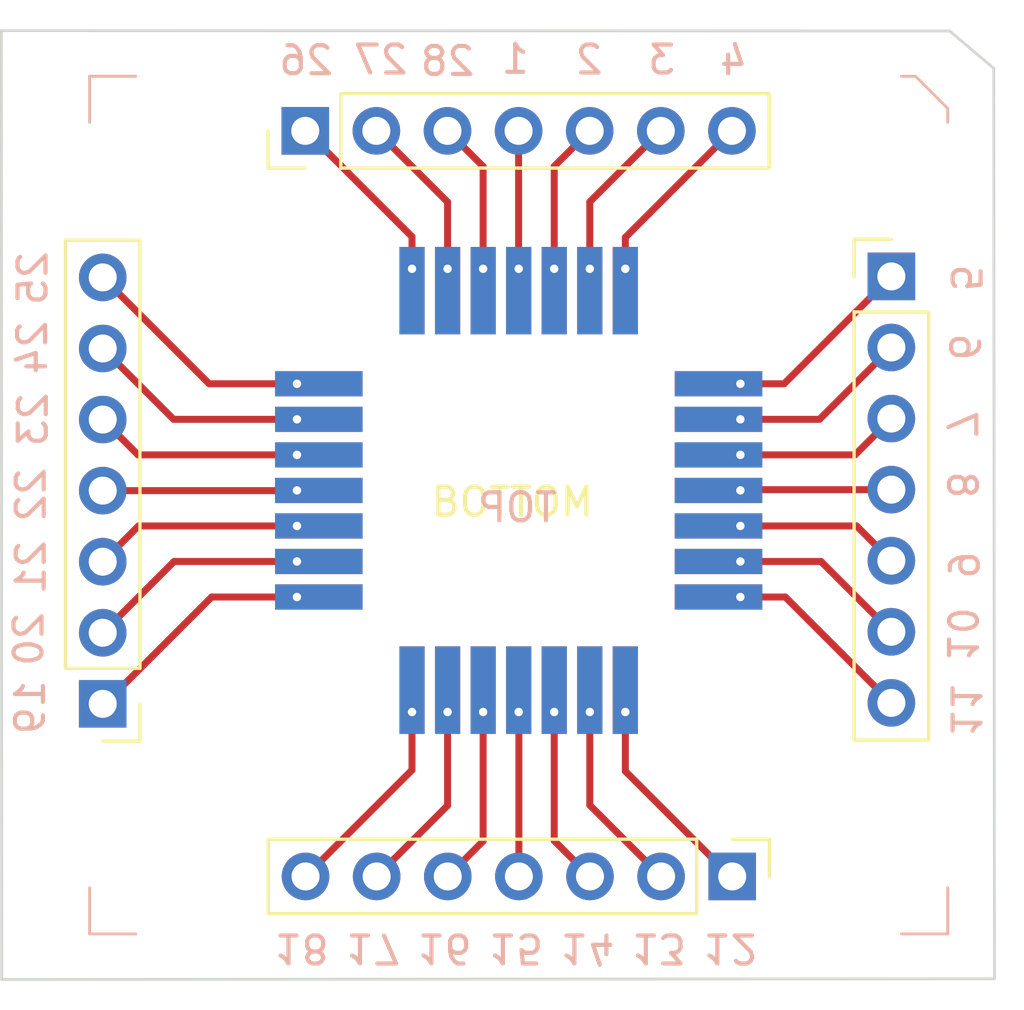
<source format=kicad_pcb>
(kicad_pcb (version 20240108) (generator "pcbnew") (generator_version "8.0")
  (layers (0 "F.Cu" signal) (31 "B.Cu" signal) (34 "B.Paste" user) (35 "F.Paste" user) (36 "B.SilkS" user "B.Silkscreen") (37 "F.SilkS" user "F.Silkscreen") (38 "B.Mask" user) (39 "F.Mask" user) (44 "Edge.Cuts" user))
  (net 0 "")
  (net 1 "Net-(J3-Pad2)")
  (net 2 "Net-(J3-Pad3)")
  (net 3 "Net-(J3-Pad4)")
  (net 4 "Net-(J3-Pad5)")
  (net 5 "Net-(J3-Pad6)")
  (net 6 "Net-(J3-Pad7)")
  (net 7 "Net-(U1-Pad4)")
  (net 8 "Net-(U1-Pad3)")
  (net 9 "Net-(U1-Pad2)")
  (net 10 "Net-(U1-Pad28)")
  (net 11 "Net-(U1-Pad27)")
  (net 12 "Net-(U1-Pad26)")
  (net 13 "Net-(U1-Pad1)")
  (net 14 "Net-(J2-Pad1)")
  (net 15 "Net-(J2-Pad2)")
  (net 16 "Net-(J2-Pad3)")
  (net 17 "Net-(J2-Pad4)")
  (net 18 "Net-(J2-Pad5)")
  (net 19 "Net-(J2-Pad6)")
  (net 20 "Net-(J2-Pad7)")
  (net 21 "Net-(J3-Pad1)")
  (net 22 "Net-(J4-Pad1)")
  (net 23 "Net-(J4-Pad2)")
  (net 24 "Net-(J4-Pad3)")
  (net 25 "Net-(J4-Pad4)")
  (net 26 "Net-(J4-Pad5)")
  (net 27 "Net-(J4-Pad6)")
  (net 28 "Net-(J4-Pad7)")
  (footprint "Connector_PinHeader_2.54mm:PinHeader_1x07_P2.54mm_Vertical" (layer "F.Cu") (at 240.9748 127.1778 -90)
    (property "Reference" "J3" (hide yes))
    (property "Value" "Conn_01x07" (hide yes))
    (fp_line (start -1.33 16.57) (end 1.33 16.57) (stroke (width 0.12)) (layer "F.SilkS"))
    (fp_line (start -1.33 1.27) (end -1.33 16.57) (stroke (width 0.12)) (layer "F.SilkS"))
    (fp_line (start -1.33 1.27) (end 1.33 1.27) (stroke (width 0.12)) (layer "F.SilkS"))
    (fp_line (start 1.33 1.27) (end 1.33 16.57) (stroke (width 0.12)) (layer "F.SilkS"))
    (fp_line (start -1.33 0) (end -1.33 -1.33) (stroke (width 0.12)) (layer "F.SilkS"))
    (fp_line (start -1.33 -1.33) (end 0 -1.33) (stroke (width 0.12)) (layer "F.SilkS"))
    (pad "1" thru_hole rect (at 0 0 270) (size 1.7 1.7) (drill 1) (layers "*.Cu" "*.Mask") (net 21 "Net-(J3-Pad1)"))
    (pad "2" thru_hole oval (at 0 2.54 270) (size 1.7 1.7) (drill 1) (layers "*.Cu" "*.Mask") (net 1 "Net-(J3-Pad2)"))
    (pad "3" thru_hole oval (at 0 5.08 270) (size 1.7 1.7) (drill 1) (layers "*.Cu" "*.Mask") (net 2 "Net-(J3-Pad3)"))
    (pad "4" thru_hole oval (at 0 7.62 270) (size 1.7 1.7) (drill 1) (layers "*.Cu" "*.Mask") (net 3 "Net-(J3-Pad4)"))
    (pad "5" thru_hole oval (at 0 10.16 270) (size 1.7 1.7) (drill 1) (layers "*.Cu" "*.Mask") (net 4 "Net-(J3-Pad5)"))
    (pad "6" thru_hole oval (at 0 12.7 270) (size 1.7 1.7) (drill 1) (layers "*.Cu" "*.Mask") (net 5 "Net-(J3-Pad6)"))
    (pad "7" thru_hole oval (at 0 15.24 270) (size 1.7 1.7) (drill 1) (layers "*.Cu" "*.Mask") (net 6 "Net-(J3-Pad7)"))
  )
  (footprint "Connector_PinHeader_2.54mm:PinHeader_1x07_P2.54mm_Vertical" (layer "F.Cu") (at 225.7248 100.5332 90)
    (property "Reference" "J1" (hide yes))
    (property "Value" "Conn_01x07")
    (fp_line (start -1.33 -1.33) (end 0 -1.33) (stroke (width 0.12)) (layer "F.SilkS"))
    (fp_line (start -1.33 0) (end -1.33 -1.33) (stroke (width 0.12)) (layer "F.SilkS"))
    (fp_line (start 1.33 1.27) (end 1.33 16.57) (stroke (width 0.12)) (layer "F.SilkS"))
    (fp_line (start -1.33 1.27) (end 1.33 1.27) (stroke (width 0.12)) (layer "F.SilkS"))
    (fp_line (start -1.33 1.27) (end -1.33 16.57) (stroke (width 0.12)) (layer "F.SilkS"))
    (fp_line (start -1.33 16.57) (end 1.33 16.57) (stroke (width 0.12)) (layer "F.SilkS"))
    (pad "1" thru_hole rect (at 0 0 90) (size 1.7 1.7) (drill 1) (layers "*.Cu" "*.Mask") (net 12 "Net-(U1-Pad26)"))
    (pad "2" thru_hole oval (at 0 2.54 90) (size 1.7 1.7) (drill 1) (layers "*.Cu" "*.Mask") (net 11 "Net-(U1-Pad27)"))
    (pad "3" thru_hole oval (at 0 5.08 90) (size 1.7 1.7) (drill 1) (layers "*.Cu" "*.Mask") (net 10 "Net-(U1-Pad28)"))
    (pad "4" thru_hole oval (at 0 7.62 90) (size 1.7 1.7) (drill 1) (layers "*.Cu" "*.Mask") (net 13 "Net-(U1-Pad1)"))
    (pad "5" thru_hole oval (at 0 10.16 90) (size 1.7 1.7) (drill 1) (layers "*.Cu" "*.Mask") (net 9 "Net-(U1-Pad2)"))
    (pad "6" thru_hole oval (at 0 12.7 90) (size 1.7 1.7) (drill 1) (layers "*.Cu" "*.Mask") (net 8 "Net-(U1-Pad3)"))
    (pad "7" thru_hole oval (at 0 15.24 90) (size 1.7 1.7) (drill 1) (layers "*.Cu" "*.Mask") (net 7 "Net-(U1-Pad4)"))
  )
  (footprint "GALex:APW9323" (layer "F.Cu") (at 233.348 113.382)
    (property "Reference" "U1" (hide yes))
    (property "Value" "ATF22V10" (hide yes))
    (fp_line (start -15.325 -14.8) (end -15.325 -13.15) (stroke (width 0.1)) (layer "B.SilkS"))
    (fp_line (start -15.325 15.85) (end -15.325 14.2) (stroke (width 0.1)) (layer "B.SilkS"))
    (fp_line (start -13.675 -14.8) (end -15.325 -14.8) (stroke (width 0.1)) (layer "B.SilkS"))
    (fp_line (start -13.675 15.85) (end -15.325 15.85) (stroke (width 0.1)) (layer "B.SilkS"))
    (fp_line (start 13.675 -14.8) (end 14.175 -14.8) (stroke (width 0.1)) (layer "B.SilkS"))
    (fp_line (start 13.675 15.85) (end 15.325 15.85) (stroke (width 0.1)) (layer "B.SilkS"))
    (fp_line (start 14.175 -14.8) (end 15.325 -13.65) (stroke (width 0.1)) (layer "B.SilkS"))
    (fp_line (start 15.325 -13.65) (end 15.325 -13.15) (stroke (width 0.1)) (layer "B.SilkS"))
    (fp_line (start 15.325 15.85) (end 15.325 14.2) (stroke (width 0.1)) (layer "B.SilkS"))
    (fp_line (start -15.325 -14.8) (end -15.325 -13.15) (stroke (width 0.1)) (layer "F.SilkS"))
    (fp_line (start -15.325 15.85) (end -15.325 14.2) (stroke (width 0.1)) (layer "F.SilkS"))
    (fp_line (start -13.675 -14.8) (end -15.325 -14.8) (stroke (width 0.1)) (layer "F.SilkS"))
    (fp_line (start -13.675 15.85) (end -15.325 15.85) (stroke (width 0.1)) (layer "F.SilkS"))
    (fp_line (start 13.675 -14.8) (end 14.175 -14.8) (stroke (width 0.1)) (layer "F.SilkS"))
    (fp_line (start 13.675 15.85) (end 15.325 15.85) (stroke (width 0.1)) (layer "F.SilkS"))
    (fp_line (start 14.175 -14.8) (end 15.325 -13.65) (stroke (width 0.1)) (layer "F.SilkS"))
    (fp_line (start 15.325 -13.65) (end 15.325 -13.15) (stroke (width 0.1)) (layer "F.SilkS"))
    (fp_line (start 15.325 15.85) (end 15.325 14.2) (stroke (width 0.1)) (layer "F.SilkS"))
    (pad "1" thru_hole rect (at 0 -7.919) (size 0.9 3.125) (drill 0.3 (offset 0 0.781)) (layers "*.Cu" "*.Mask") (net 13 "Net-(U1-Pad1)"))
    (pad "2" thru_hole rect (at 1.27 -7.919) (size 0.9 3.125) (drill 0.3 (offset 0 0.781)) (layers "*.Cu" "*.Mask") (net 9 "Net-(U1-Pad2)"))
    (pad "3" thru_hole rect (at 2.54 -7.919) (size 0.9 3.125) (drill 0.3 (offset 0 0.781)) (layers "*.Cu" "*.Mask") (net 8 "Net-(U1-Pad3)"))
    (pad "4" thru_hole rect (at 3.81 -7.919) (size 0.9 3.125) (drill 0.3 (offset 0 0.781)) (layers "*.Cu" "*.Mask") (net 7 "Net-(U1-Pad4)"))
    (pad "5" thru_hole rect (at 7.919 -3.81) (size 3.125 0.9) (drill 0.3 (offset -0.781 0)) (layers "*.Cu" "*.Mask") (net 14 "Net-(J2-Pad1)"))
    (pad "6" thru_hole rect (at 7.919 -2.54) (size 3.125 0.9) (drill 0.3 (offset -0.781 0)) (layers "*.Cu" "*.Mask") (net 15 "Net-(J2-Pad2)"))
    (pad "7" thru_hole rect (at 7.919 -1.27) (size 3.125 0.9) (drill 0.3 (offset -0.781 0)) (layers "*.Cu" "*.Mask") (net 16 "Net-(J2-Pad3)"))
    (pad "8" thru_hole rect (at 7.919 0) (size 3.125 0.9) (drill 0.3 (offset -0.781 0)) (layers "*.Cu" "*.Mask") (net 17 "Net-(J2-Pad4)"))
    (pad "9" thru_hole rect (at 7.919 1.27) (size 3.125 0.9) (drill 0.3 (offset -0.781 0)) (layers "*.Cu" "*.Mask") (net 18 "Net-(J2-Pad5)"))
    (pad "10" thru_hole rect (at 7.919 2.54) (size 3.125 0.9) (drill 0.3 (offset -0.781 0)) (layers "*.Cu" "*.Mask") (net 19 "Net-(J2-Pad6)"))
    (pad "11" thru_hole rect (at 7.919 3.81) (size 3.125 0.9) (drill 0.3 (offset -0.781 0)) (layers "*.Cu" "*.Mask") (net 20 "Net-(J2-Pad7)"))
    (pad "12" thru_hole rect (at 3.81 7.919) (size 0.9 3.125) (drill 0.3 (offset 0 -0.781)) (layers "*.Cu" "*.Mask") (net 21 "Net-(J3-Pad1)"))
    (pad "13" thru_hole rect (at 2.54 7.919) (size 0.9 3.125) (drill 0.3 (offset 0 -0.781)) (layers "*.Cu" "*.Mask") (net 1 "Net-(J3-Pad2)"))
    (pad "14" thru_hole rect (at 1.27 7.919) (size 0.9 3.125) (drill 0.3 (offset 0 -0.781)) (layers "*.Cu" "*.Mask") (net 2 "Net-(J3-Pad3)"))
    (pad "15" thru_hole rect (at 0 7.919) (size 0.9 3.125) (drill 0.3 (offset 0 -0.781)) (layers "*.Cu" "*.Mask") (net 3 "Net-(J3-Pad4)"))
    (pad "16" thru_hole rect (at -1.27 7.919) (size 0.9 3.125) (drill 0.3 (offset 0 -0.781)) (layers "*.Cu" "*.Mask") (net 4 "Net-(J3-Pad5)"))
    (pad "17" thru_hole rect (at -2.54 7.919) (size 0.9 3.125) (drill 0.3 (offset 0 -0.781)) (layers "*.Cu" "*.Mask") (net 5 "Net-(J3-Pad6)"))
    (pad "18" thru_hole rect (at -3.81 7.919) (size 0.9 3.125) (drill 0.3 (offset 0 -0.781)) (layers "*.Cu" "*.Mask") (net 6 "Net-(J3-Pad7)"))
    (pad "19" thru_hole rect (at -7.919 3.81) (size 3.125 0.9) (drill 0.3 (offset 0.781 0)) (layers "*.Cu" "*.Mask") (net 22 "Net-(J4-Pad1)"))
    (pad "20" thru_hole rect (at -7.919 2.54) (size 3.125 0.9) (drill 0.3 (offset 0.781 0)) (layers "*.Cu" "*.Mask") (net 23 "Net-(J4-Pad2)"))
    (pad "21" thru_hole rect (at -7.919 1.27) (size 3.125 0.9) (drill 0.3 (offset 0.781 0)) (layers "*.Cu" "*.Mask") (net 24 "Net-(J4-Pad3)"))
    (pad "22" thru_hole rect (at -7.919 0) (size 3.125 0.9) (drill 0.3 (offset 0.781 0)) (layers "*.Cu" "*.Mask") (net 25 "Net-(J4-Pad4)"))
    (pad "23" thru_hole rect (at -7.919 -1.27) (size 3.125 0.9) (drill 0.3 (offset 0.781 0)) (layers "*.Cu" "*.Mask") (net 26 "Net-(J4-Pad5)"))
    (pad "24" thru_hole rect (at -7.919 -2.54) (size 3.125 0.9) (drill 0.3 (offset 0.781 0)) (layers "*.Cu" "*.Mask") (net 27 "Net-(J4-Pad6)"))
    (pad "25" thru_hole rect (at -7.919 -3.81) (size 3.125 0.9) (drill 0.3 (offset 0.781 0)) (layers "*.Cu" "*.Mask") (net 28 "Net-(J4-Pad7)"))
    (pad "26" thru_hole rect (at -3.81 -7.919) (size 0.9 3.125) (drill 0.3 (offset 0 0.781)) (layers "*.Cu" "*.Mask") (net 12 "Net-(U1-Pad26)"))
    (pad "27" thru_hole rect (at -2.54 -7.919) (size 0.9 3.125) (drill 0.3 (offset 0 0.781)) (layers "*.Cu" "*.Mask") (net 11 "Net-(U1-Pad27)"))
    (pad "28" thru_hole rect (at -1.27 -7.919) (size 0.9 3.125) (drill 0.3 (offset 0 0.781)) (layers "*.Cu" "*.Mask") (net 10 "Net-(U1-Pad28)"))
  )
  (footprint "Connector_PinHeader_2.54mm:PinHeader_1x07_P2.54mm_Vertical" (layer "F.Cu") (at 246.6594 105.7352)
    (property "Reference" "J2" (hide yes))
    (property "Value" "Conn_01x07" (hide yes))
    (fp_line (start -1.33 -1.33) (end 0 -1.33) (stroke (width 0.12)) (layer "F.SilkS"))
    (fp_line (start -1.33 0) (end -1.33 -1.33) (stroke (width 0.12)) (layer "F.SilkS"))
    (fp_line (start -1.33 1.27) (end -1.33 16.57) (stroke (width 0.12)) (layer "F.SilkS"))
    (fp_line (start -1.33 1.27) (end 1.33 1.27) (stroke (width 0.12)) (layer "F.SilkS"))
    (fp_line (start -1.33 16.57) (end 1.33 16.57) (stroke (width 0.12)) (layer "F.SilkS"))
    (fp_line (start 1.33 1.27) (end 1.33 16.57) (stroke (width 0.12)) (layer "F.SilkS"))
    (pad "1" thru_hole rect (at 0 0) (size 1.7 1.7) (drill 1) (layers "*.Cu" "*.Mask") (net 14 "Net-(J2-Pad1)"))
    (pad "2" thru_hole oval (at 0 2.54) (size 1.7 1.7) (drill 1) (layers "*.Cu" "*.Mask") (net 15 "Net-(J2-Pad2)"))
    (pad "3" thru_hole oval (at 0 5.08) (size 1.7 1.7) (drill 1) (layers "*.Cu" "*.Mask") (net 16 "Net-(J2-Pad3)"))
    (pad "4" thru_hole oval (at 0 7.62) (size 1.7 1.7) (drill 1) (layers "*.Cu" "*.Mask") (net 17 "Net-(J2-Pad4)"))
    (pad "5" thru_hole oval (at 0 10.16) (size 1.7 1.7) (drill 1) (layers "*.Cu" "*.Mask") (net 18 "Net-(J2-Pad5)"))
    (pad "6" thru_hole oval (at 0 12.7) (size 1.7 1.7) (drill 1) (layers "*.Cu" "*.Mask") (net 19 "Net-(J2-Pad6)"))
    (pad "7" thru_hole oval (at 0 15.24) (size 1.7 1.7) (drill 1) (layers "*.Cu" "*.Mask") (net 20 "Net-(J2-Pad7)"))
  )
  (footprint "Connector_PinHeader_2.54mm:PinHeader_1x07_P2.54mm_Vertical" (layer "F.Cu") (at 218.4908 121.0106 180)
    (property "Reference" "J4" (hide yes))
    (property "Value" "Conn_01x07" (hide yes))
    (fp_line (start 1.33 1.27) (end 1.33 16.57) (stroke (width 0.12)) (layer "F.SilkS"))
    (fp_line (start -1.33 16.57) (end 1.33 16.57) (stroke (width 0.12)) (layer "F.SilkS"))
    (fp_line (start -1.33 1.27) (end 1.33 1.27) (stroke (width 0.12)) (layer "F.SilkS"))
    (fp_line (start -1.33 1.27) (end -1.33 16.57) (stroke (width 0.12)) (layer "F.SilkS"))
    (fp_line (start -1.33 0) (end -1.33 -1.33) (stroke (width 0.12)) (layer "F.SilkS"))
    (fp_line (start -1.33 -1.33) (end 0 -1.33) (stroke (width 0.12)) (layer "F.SilkS"))
    (pad "1" thru_hole rect (at 0 0 180) (size 1.7 1.7) (drill 1) (layers "*.Cu" "*.Mask") (net 22 "Net-(J4-Pad1)"))
    (pad "2" thru_hole oval (at 0 2.54 180) (size 1.7 1.7) (drill 1) (layers "*.Cu" "*.Mask") (net 23 "Net-(J4-Pad2)"))
    (pad "3" thru_hole oval (at 0 5.08 180) (size 1.7 1.7) (drill 1) (layers "*.Cu" "*.Mask") (net 24 "Net-(J4-Pad3)"))
    (pad "4" thru_hole oval (at 0 7.62 180) (size 1.7 1.7) (drill 1) (layers "*.Cu" "*.Mask") (net 25 "Net-(J4-Pad4)"))
    (pad "5" thru_hole oval (at 0 10.16 180) (size 1.7 1.7) (drill 1) (layers "*.Cu" "*.Mask") (net 26 "Net-(J4-Pad5)"))
    (pad "6" thru_hole oval (at 0 12.7 180) (size 1.7 1.7) (drill 1) (layers "*.Cu" "*.Mask") (net 27 "Net-(J4-Pad6)"))
    (pad "7" thru_hole oval (at 0 15.24 180) (size 1.7 1.7) (drill 1) (layers "*.Cu" "*.Mask") (net 28 "Net-(J4-Pad7)"))
  )
  (gr_line (start 250.3424 130.8354) (end 214.884 130.8608) (stroke (width 0.1)) (layer "Edge.Cuts"))
  (gr_line (start 248.7422 96.9645) (end 214.8713 96.9518) (stroke (width 0.1)) (layer "Edge.Cuts"))
  (gr_line (start 250.317 98.298) (end 248.7422 96.9645) (stroke (width 0.1)) (layer "Edge.Cuts"))
  (gr_line (start 214.8713 96.9518) (end 214.884 130.8608) (stroke (width 0.1)) (layer "Edge.Cuts"))
  (gr_line (start 250.3424 130.8354) (end 250.317 98.298) (stroke (width 0.1)) (layer "Edge.Cuts"))
  (gr_text "7" (at 249.1486 111.0234 270) (layer "B.SilkS") (effects (font (size 1 1)) (justify mirror)))
  (gr_text "8" (at 249.174 113.1824 270) (layer "B.SilkS") (effects (font (size 1 1)) (justify mirror)))
  (gr_text "5" (at 249.301 105.791 270) (layer "B.SilkS") (effects (font (size 1 1)) (justify mirror)))
  (gr_text "6" (at 249.2502 108.2548 270) (layer "B.SilkS") (effects (font (size 1 1)) (justify mirror)))
  (gr_text "TOP" (at 233.299 113.9952 0) (layer "B.SilkS") (effects (font (size 1 1)) (justify mirror)))
  (gr_text "22" (at 215.9254 113.538 90) (layer "B.SilkS") (effects (font (size 1 1)) (justify mirror)))
  (gr_text "2" (at 235.8644 97.9932 0) (layer "B.SilkS") (effects (font (size 1 1)) (justify mirror)))
  (gr_text "10" (at 249.174 118.5164 270) (layer "B.SilkS") (effects (font (size 1 1)) (justify mirror)))
  (gr_text "24" (at 215.9762 108.2802 90) (layer "B.SilkS") (effects (font (size 1 1)) (justify mirror)))
  (gr_text "26" (at 225.7552 98.0186 0) (layer "B.SilkS") (effects (font (size 1 1)) (justify mirror)))
  (gr_text "11" (at 249.301 121.2088 270) (layer "B.SilkS") (effects (font (size 1 1)) (justify mirror)))
  (gr_text "3\n" (at 238.4552 97.9932 0) (layer "B.SilkS") (effects (font (size 1 1)) (justify mirror)))
  (gr_text "18" (at 225.6028 129.7432 180) (layer "B.SilkS") (effects (font (size 1 1)) (justify mirror)))
  (gr_text "23" (at 216.0016 110.8456 90) (layer "B.SilkS") (effects (font (size 1 1)) (justify mirror)))
  (gr_text "27" (at 228.4222 97.9932 0) (layer "B.SilkS") (effects (font (size 1 1)) (justify mirror)))
  (gr_text "1" (at 233.2228 97.9678 0) (layer "B.SilkS") (effects (font (size 1 1)) (justify mirror)))
  (gr_text "25" (at 215.99154 105.796272 90) (layer "B.SilkS") (effects (font (size 1 1)) (justify mirror)))
  (gr_text "16" (at 230.7082 129.7432 180) (layer "B.SilkS") (effects (font (size 1 1)) (justify mirror)))
  (gr_text "15" (at 233.2609 129.7432 180) (layer "B.SilkS") (effects (font (size 1 1)) (justify mirror)))
  (gr_text "28" (at 230.8098 98.044 0) (layer "B.SilkS") (effects (font (size 1 1)) (justify mirror)))
  (gr_text "20" (at 215.8492 118.6942 90) (layer "B.SilkS") (effects (font (size 1 1)) (justify mirror)))
  (gr_text "17" (at 228.1555 129.7432 180) (layer "B.SilkS") (effects (font (size 1 1)) (justify mirror)))
  (gr_text "19" (at 215.9 121.1326 90) (layer "B.SilkS") (effects (font (size 1 1)) (justify mirror)))
  (gr_text "9" (at 249.1994 116.0526 270) (layer "B.SilkS") (effects (font (size 1 1)) (justify mirror)))
  (gr_text "21" (at 215.9254 116.1288 90) (layer "B.SilkS") (effects (font (size 1 1)) (justify mirror)))
  (gr_text "14" (at 235.8136 129.7432 180) (layer "B.SilkS") (effects (font (size 1 1)) (justify mirror)))
  (gr_text "12" (at 240.919 129.7432 180) (layer "B.SilkS") (effects (font (size 1 1)) (justify mirror)))
  (gr_text "4" (at 241.0206 98.0186 0) (layer "B.SilkS") (effects (font (size 1 1)) (justify mirror)))
  (gr_text "13" (at 238.3663 129.7432 180) (layer "B.SilkS") (effects (font (size 1 1)) (justify mirror)))
  (gr_text "BOTTOM" (at 233.1212 113.792 0) (layer "F.SilkS") (effects (font (size 1 1))))
  (segment (start 235.888 124.631) (end 238.4348 127.1778) (width 0.25) (layer "F.Cu") (net 1))
  (segment (start 235.888 121.301) (end 235.888 124.631) (width 0.25) (layer "F.Cu") (net 1))
  (segment (start 234.618 125.901) (end 235.8948 127.1778) (width 0.25) (layer "F.Cu") (net 2))
  (segment (start 234.618 121.301) (end 234.618 125.901) (width 0.25) (layer "F.Cu") (net 2))
  (segment (start 233.3548 127.1778) (end 233.3548 121.3078) (width 0.25) (layer "F.Cu") (net 3))
  (segment (start 233.3548 121.3078) (end 233.348 121.301) (width 0.25) (layer "F.Cu") (net 3))
  (segment (start 232.078 125.9146) (end 230.8148 127.1778) (width 0.25) (layer "F.Cu") (net 4))
  (segment (start 232.078 121.301) (end 232.078 125.9146) (width 0.25) (layer "F.Cu") (net 4))
  (segment (start 230.808 121.301) (end 230.808 124.6446) (width 0.25) (layer "F.Cu") (net 5))
  (segment (start 230.808 124.6446) (end 228.2748 127.1778) (width 0.25) (layer "F.Cu") (net 5))
  (segment (start 229.538 121.301) (end 229.538 123.3746) (width 0.25) (layer "F.Cu") (net 6))
  (segment (start 229.538 123.3746) (end 225.7348 127.1778) (width 0.25) (layer "F.Cu") (net 6))
  (segment (start 237.158 104.34) (end 237.158 105.463) (width 0.25) (layer "F.Cu") (net 7))
  (segment (start 240.9648 100.5332) (end 237.158 104.34) (width 0.25) (layer "F.Cu") (net 7))
  (segment (start 235.888 103.07) (end 235.888 105.463) (width 0.25) (layer "F.Cu") (net 8))
  (segment (start 238.4248 100.5332) (end 235.888 103.07) (width 0.25) (layer "F.Cu") (net 8))
  (segment (start 234.618 101.8) (end 234.618 105.463) (width 0.25) (layer "F.Cu") (net 9))
  (segment (start 235.8848 100.5332) (end 234.618 101.8) (width 0.25) (layer "F.Cu") (net 9))
  (segment (start 230.8048 100.5332) (end 232.078 101.8064) (width 0.25) (layer "F.Cu") (net 10))
  (segment (start 232.078 101.8064) (end 232.078 105.463) (width 0.25) (layer "F.Cu") (net 10))
  (segment (start 230.808 103.0764) (end 230.808 105.463) (width 0.25) (layer "F.Cu") (net 11))
  (segment (start 228.2648 100.5332) (end 230.808 103.0764) (width 0.25) (layer "F.Cu") (net 11))
  (segment (start 229.538 104.316) (end 229.538 105.463) (width 0.25) (layer "F.Cu") (net 12))
  (segment (start 225.7248 100.5332) (end 225.7552 100.5332) (width 0.25) (layer "F.Cu") (net 12))
  (segment (start 225.7552 100.5332) (end 229.538 104.316) (width 0.25) (layer "F.Cu") (net 12))
  (segment (start 233.3448 105.4598) (end 233.348 105.463) (width 0.25) (layer "F.Cu") (net 13))
  (segment (start 233.3448 100.5332) (end 233.3448 105.4598) (width 0.25) (layer "F.Cu") (net 13))
  (segment (start 246.6594 105.7402) (end 246.6594 105.7352) (width 0.25) (layer "F.Cu") (net 14))
  (segment (start 242.8276 109.572) (end 246.6594 105.7402) (width 0.25) (layer "F.Cu") (net 14))
  (segment (start 241.267 109.572) (end 242.8276 109.572) (width 0.25) (layer "F.Cu") (net 14))
  (segment (start 244.0926 110.842) (end 246.6594 108.2752) (width 0.25) (layer "F.Cu") (net 15))
  (segment (start 241.267 110.842) (end 244.0926 110.842) (width 0.25) (layer "F.Cu") (net 15))
  (segment (start 246.6594 110.8152) (end 245.3626 112.112) (width 0.25) (layer "F.Cu") (net 16))
  (segment (start 245.3626 112.112) (end 241.267 112.112) (width 0.25) (layer "F.Cu") (net 16))
  (segment (start 241.267 113.382) (end 241.2938 113.3552) (width 0.25) (layer "F.Cu") (net 17))
  (segment (start 241.2938 113.3552) (end 246.6594 113.3552) (width 0.25) (layer "F.Cu") (net 17))
  (segment (start 241.267 114.652) (end 245.4162 114.652) (width 0.25) (layer "F.Cu") (net 18))
  (segment (start 245.4162 114.652) (end 246.6594 115.8952) (width 0.25) (layer "F.Cu") (net 18))
  (segment (start 246.6594 118.4352) (end 244.1462 115.922) (width 0.25) (layer "F.Cu") (net 19))
  (segment (start 244.1462 115.922) (end 241.267 115.922) (width 0.25) (layer "F.Cu") (net 19))
  (segment (start 242.8712 117.192) (end 241.267 117.192) (width 0.25) (layer "F.Cu") (net 20))
  (segment (start 246.6594 120.9752) (end 246.6544 120.9752) (width 0.25) (layer "F.Cu") (net 20))
  (segment (start 246.6544 120.9752) (end 242.8712 117.192) (width 0.25) (layer "F.Cu") (net 20))
  (segment (start 240.919 127.1778) (end 240.9748 127.1778) (width 0.25) (layer "F.Cu") (net 21))
  (segment (start 237.158 121.301) (end 237.158 123.4168) (width 0.25) (layer "F.Cu") (net 21))
  (segment (start 237.158 123.4168) (end 240.919 127.1778) (width 0.25) (layer "F.Cu") (net 21))
  (segment (start 218.562 121.0106) (end 218.4908 121.0106) (width 0.25) (layer "F.Cu") (net 22))
  (segment (start 225.429 117.192) (end 222.3806 117.192) (width 0.25) (layer "F.Cu") (net 22))
  (segment (start 222.3806 117.192) (end 218.562 121.0106) (width 0.25) (layer "F.Cu") (net 22))
  (segment (start 225.429 115.922) (end 221.0394 115.922) (width 0.25) (layer "F.Cu") (net 23))
  (segment (start 221.0394 115.922) (end 218.4908 118.4706) (width 0.25) (layer "F.Cu") (net 23))
  (segment (start 225.429 114.652) (end 219.7694 114.652) (width 0.25) (layer "F.Cu") (net 24))
  (segment (start 219.7694 114.652) (end 218.4908 115.9306) (width 0.25) (layer "F.Cu") (net 24))
  (segment (start 225.4204 113.3906) (end 225.429 113.382) (width 0.25) (layer "F.Cu") (net 25))
  (segment (start 218.4908 113.3906) (end 225.4204 113.3906) (width 0.25) (layer "F.Cu") (net 25))
  (segment (start 219.7522 112.112) (end 218.4908 110.8506) (width 0.25) (layer "F.Cu") (net 26))
  (segment (start 225.429 112.112) (end 219.7522 112.112) (width 0.25) (layer "F.Cu") (net 26))
  (segment (start 221.0222 110.842) (end 218.4908 108.3106) (width 0.25) (layer "F.Cu") (net 27))
  (segment (start 225.429 110.842) (end 221.0222 110.842) (width 0.25) (layer "F.Cu") (net 27))
  (segment (start 225.429 109.572) (end 222.2922 109.572) (width 0.25) (layer "F.Cu") (net 28))
  (segment (start 222.2922 109.572) (end 218.4908 105.7706) (width 0.25) (layer "F.Cu") (net 28))
)
</source>
